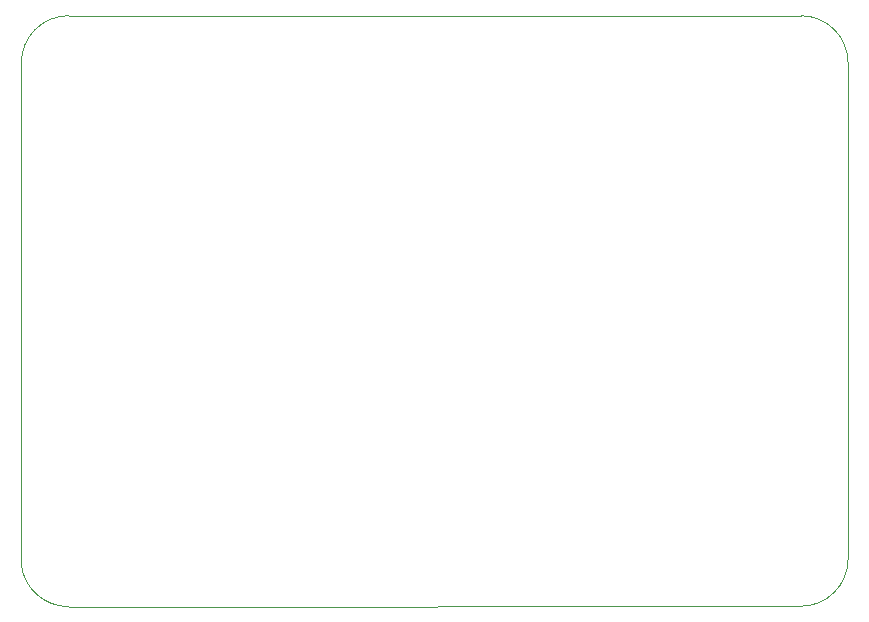
<source format=gbr>
%TF.GenerationSoftware,KiCad,Pcbnew,8.0.8*%
%TF.CreationDate,2025-12-22T10:58:06+04:00*%
%TF.ProjectId,DesignESP32PCB,44657369-676e-4455-9350-33325043422e,rev?*%
%TF.SameCoordinates,Original*%
%TF.FileFunction,Profile,NP*%
%FSLAX46Y46*%
G04 Gerber Fmt 4.6, Leading zero omitted, Abs format (unit mm)*
G04 Created by KiCad (PCBNEW 8.0.8) date 2025-12-22 10:58:06*
%MOMM*%
%LPD*%
G01*
G04 APERTURE LIST*
%TA.AperFunction,Profile*%
%ADD10C,0.100000*%
%TD*%
G04 APERTURE END LIST*
D10*
X226170000Y-116923200D02*
G75*
G02*
X222170000Y-120923200I-4000000J0D01*
G01*
X222170000Y-70923200D02*
X160170000Y-70923200D01*
X222170000Y-70923200D02*
G75*
G02*
X226170000Y-74923200I0J-4000000D01*
G01*
X156170000Y-74923200D02*
G75*
G02*
X160170000Y-70923200I4000000J0D01*
G01*
X156170001Y-117423200D02*
X156170000Y-74923200D01*
X222170000Y-120923200D02*
X160170000Y-120954328D01*
X160170000Y-120954328D02*
G75*
G02*
X156170001Y-117423200I0J4031128D01*
G01*
X226170000Y-116923200D02*
X226170000Y-74923200D01*
M02*

</source>
